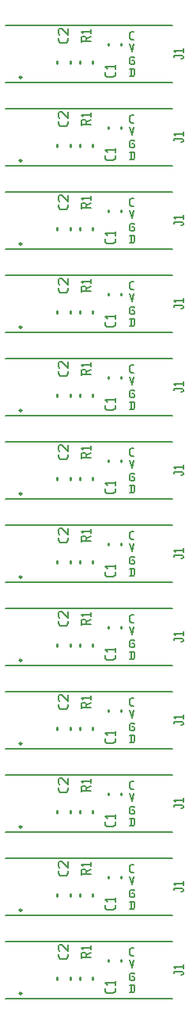
<source format=gbr>
G04 start of page 9 for group -4079 idx -4079 *
G04 Title: (unknown), topsilk *
G04 Creator: pcb 20140316 *
G04 CreationDate: Wed 03 Jan 2018 02:51:44 AM GMT UTC *
G04 For: railfan *
G04 Format: Gerber/RS-274X *
G04 PCB-Dimensions (mil): 1000.00 4200.00 *
G04 PCB-Coordinate-Origin: lower left *
%MOIN*%
%FSLAX25Y25*%
%LNTOPSILK*%
%ADD40C,0.0100*%
%ADD39C,0.0080*%
G54D39*X11000Y274500D02*X81500D01*
Y250500D02*X11000D01*
Y239500D02*X81500D01*
Y215500D02*X11000D01*
Y204500D02*X81500D01*
Y180500D02*X11000D01*
Y169500D02*X81500D01*
Y145500D02*X11000D01*
Y134500D02*X81500D01*
Y110500D02*X11000D01*
Y99500D02*X81500D01*
Y75500D02*X11000D01*
Y64500D02*X81500D01*
Y40500D02*X11000D01*
Y29500D02*X81500D01*
Y5500D02*X11000D01*
X81500Y355500D02*X11000D01*
Y344500D02*X81500D01*
Y320500D02*X11000D01*
Y309500D02*X81500D01*
X11000Y414500D02*X81500D01*
Y390500D02*X11000D01*
Y379500D02*X81500D01*
Y285500D02*X11000D01*
X65020Y331240D02*X65400Y330860D01*
X63880Y331240D02*X65020D01*
X63500Y330860D02*X63880Y331240D01*
X63500Y330860D02*Y328580D01*
X63880Y328200D01*
X65020D01*
X65400Y328580D01*
Y329340D02*Y328580D01*
X65020Y329720D02*X65400Y329340D01*
X64260Y329720D02*X65020D01*
X63885Y326230D02*Y323150D01*
X64886Y326230D02*X65425Y325691D01*
Y323689D01*
X64886Y323150D02*X65425Y323689D01*
X63500Y323150D02*X64886D01*
X63500Y326230D02*X64886D01*
X63500Y301730D02*X64270Y298650D01*
X65040Y301730D01*
X64039Y303650D02*X65040D01*
X63500Y304189D02*X64039Y303650D01*
X63500Y306191D02*Y304189D01*
Y306191D02*X64039Y306730D01*
X65040D01*
X63500Y336730D02*X64270Y333650D01*
X65040Y336730D01*
X64039Y338650D02*X65040D01*
X63500Y339189D02*X64039Y338650D01*
X63500Y341191D02*Y339189D01*
Y341191D02*X64039Y341730D01*
X65040D01*
X65020Y296240D02*X65400Y295860D01*
X63880Y296240D02*X65020D01*
X63500Y295860D02*X63880Y296240D01*
X63500Y295860D02*Y293580D01*
X63880Y293200D01*
X65020D01*
X65400Y293580D01*
Y294340D02*Y293580D01*
X65020Y294720D02*X65400Y294340D01*
X64260Y294720D02*X65020D01*
X63885Y291230D02*Y288150D01*
X64886Y291230D02*X65425Y290691D01*
Y288689D01*
X64886Y288150D02*X65425Y288689D01*
X63500Y288150D02*X64886D01*
X63500Y291230D02*X64886D01*
X65020Y261240D02*X65400Y260860D01*
X63880Y261240D02*X65020D01*
X63500Y260860D02*X63880Y261240D01*
X63500Y260860D02*Y258580D01*
X63880Y258200D01*
X65020D01*
X65400Y258580D01*
Y259340D02*Y258580D01*
X65020Y259720D02*X65400Y259340D01*
X64260Y259720D02*X65020D01*
X63500Y266730D02*X64270Y263650D01*
X65040Y266730D01*
X64039Y268650D02*X65040D01*
X63500Y269189D02*X64039Y268650D01*
X63500Y271191D02*Y269189D01*
Y271191D02*X64039Y271730D01*
X65040D01*
X65020Y366240D02*X65400Y365860D01*
X63880Y366240D02*X65020D01*
X63500Y365860D02*X63880Y366240D01*
X63500Y365860D02*Y363580D01*
X63880Y363200D01*
X65020D01*
X65400Y363580D01*
Y364340D02*Y363580D01*
X65020Y364720D02*X65400Y364340D01*
X64260Y364720D02*X65020D01*
X63500Y371730D02*X64270Y368650D01*
X65040Y371730D01*
X64039Y373650D02*X65040D01*
X63500Y374189D02*X64039Y373650D01*
X63500Y376191D02*Y374189D01*
Y376191D02*X64039Y376730D01*
X65040D01*
X65020Y401240D02*X65400Y400860D01*
X63880Y401240D02*X65020D01*
X63500Y400860D02*X63880Y401240D01*
X63500Y400860D02*Y398580D01*
X63880Y398200D01*
X65020D01*
X65400Y398580D01*
Y399340D02*Y398580D01*
X65020Y399720D02*X65400Y399340D01*
X64260Y399720D02*X65020D01*
X63500Y406730D02*X64270Y403650D01*
X65040Y406730D01*
X64039Y408650D02*X65040D01*
X63500Y409189D02*X64039Y408650D01*
X63500Y411191D02*Y409189D01*
Y411191D02*X64039Y411730D01*
X65040D01*
X63885Y396230D02*Y393150D01*
X64886Y396230D02*X65425Y395691D01*
Y393689D01*
X64886Y393150D02*X65425Y393689D01*
X63500Y393150D02*X64886D01*
X63500Y396230D02*X64886D01*
X63885Y361230D02*Y358150D01*
X64886Y361230D02*X65425Y360691D01*
Y358689D01*
X64886Y358150D02*X65425Y358689D01*
X63500Y358150D02*X64886D01*
X63500Y361230D02*X64886D01*
X63885Y256230D02*Y253150D01*
X64886Y256230D02*X65425Y255691D01*
Y253689D01*
X64886Y253150D02*X65425Y253689D01*
X63500Y253150D02*X64886D01*
X63500Y256230D02*X64886D01*
X65020Y226240D02*X65400Y225860D01*
X63880Y226240D02*X65020D01*
X63500Y225860D02*X63880Y226240D01*
X63500Y225860D02*Y223580D01*
X63880Y223200D01*
X65020D01*
X65400Y223580D01*
Y224340D02*Y223580D01*
X65020Y224720D02*X65400Y224340D01*
X64260Y224720D02*X65020D01*
X63500Y231730D02*X64270Y228650D01*
X65040Y231730D01*
X64039Y233650D02*X65040D01*
X63500Y234189D02*X64039Y233650D01*
X63500Y236191D02*Y234189D01*
Y236191D02*X64039Y236730D01*
X65040D01*
X63885Y221230D02*Y218150D01*
X64886Y221230D02*X65425Y220691D01*
Y218689D01*
X64886Y218150D02*X65425Y218689D01*
X63500Y218150D02*X64886D01*
X63500Y221230D02*X64886D01*
X65020Y191240D02*X65400Y190860D01*
X63880Y191240D02*X65020D01*
X63500Y190860D02*X63880Y191240D01*
X63500Y190860D02*Y188580D01*
X63880Y188200D01*
X65020D01*
X65400Y188580D01*
Y189340D02*Y188580D01*
X65020Y189720D02*X65400Y189340D01*
X64260Y189720D02*X65020D01*
X63500Y196730D02*X64270Y193650D01*
X65040Y196730D01*
X64039Y198650D02*X65040D01*
X63500Y199189D02*X64039Y198650D01*
X63500Y201191D02*Y199189D01*
Y201191D02*X64039Y201730D01*
X65040D01*
X63885Y186230D02*Y183150D01*
X64886Y186230D02*X65425Y185691D01*
Y183689D01*
X64886Y183150D02*X65425Y183689D01*
X63500Y183150D02*X64886D01*
X63500Y186230D02*X64886D01*
X65020Y156240D02*X65400Y155860D01*
X63880Y156240D02*X65020D01*
X63500Y155860D02*X63880Y156240D01*
X63500Y155860D02*Y153580D01*
X63880Y153200D01*
X65020D01*
X65400Y153580D01*
Y154340D02*Y153580D01*
X65020Y154720D02*X65400Y154340D01*
X64260Y154720D02*X65020D01*
X63885Y151230D02*Y148150D01*
X64886Y151230D02*X65425Y150691D01*
Y148689D01*
X64886Y148150D02*X65425Y148689D01*
X63500Y148150D02*X64886D01*
X63500Y151230D02*X64886D01*
X63500Y126730D02*X64270Y123650D01*
X65040Y126730D01*
X64039Y128650D02*X65040D01*
X63500Y129189D02*X64039Y128650D01*
X63500Y131191D02*Y129189D01*
Y131191D02*X64039Y131730D01*
X65040D01*
X63500Y161730D02*X64270Y158650D01*
X65040Y161730D01*
X64039Y163650D02*X65040D01*
X63500Y164189D02*X64039Y163650D01*
X63500Y166191D02*Y164189D01*
Y166191D02*X64039Y166730D01*
X65040D01*
X65020Y121240D02*X65400Y120860D01*
X63880Y121240D02*X65020D01*
X63500Y120860D02*X63880Y121240D01*
X63500Y120860D02*Y118580D01*
X63880Y118200D01*
X65020D01*
X65400Y118580D01*
Y119340D02*Y118580D01*
X65020Y119720D02*X65400Y119340D01*
X64260Y119720D02*X65020D01*
X63885Y116230D02*Y113150D01*
X64886Y116230D02*X65425Y115691D01*
Y113689D01*
X64886Y113150D02*X65425Y113689D01*
X63500Y113150D02*X64886D01*
X63500Y116230D02*X64886D01*
X65020Y86240D02*X65400Y85860D01*
X63880Y86240D02*X65020D01*
X63500Y85860D02*X63880Y86240D01*
X63500Y85860D02*Y83580D01*
X63880Y83200D01*
X65020D01*
X65400Y83580D01*
Y84340D02*Y83580D01*
X65020Y84720D02*X65400Y84340D01*
X64260Y84720D02*X65020D01*
X63500Y91730D02*X64270Y88650D01*
X65040Y91730D01*
X64039Y93650D02*X65040D01*
X63500Y94189D02*X64039Y93650D01*
X63500Y96191D02*Y94189D01*
Y96191D02*X64039Y96730D01*
X65040D01*
X63885Y81230D02*Y78150D01*
X64886Y81230D02*X65425Y80691D01*
Y78689D01*
X64886Y78150D02*X65425Y78689D01*
X63500Y78150D02*X64886D01*
X63500Y81230D02*X64886D01*
X65020Y51240D02*X65400Y50860D01*
X63880Y51240D02*X65020D01*
X63500Y50860D02*X63880Y51240D01*
X63500Y50860D02*Y48580D01*
X63880Y48200D01*
X65020D01*
X65400Y48580D01*
Y49340D02*Y48580D01*
X65020Y49720D02*X65400Y49340D01*
X64260Y49720D02*X65020D01*
X63885Y46230D02*Y43150D01*
X64886Y46230D02*X65425Y45691D01*
Y43689D01*
X64886Y43150D02*X65425Y43689D01*
X63500Y43150D02*X64886D01*
X63500Y46230D02*X64886D01*
X65020Y16240D02*X65400Y15860D01*
X63880Y16240D02*X65020D01*
X63500Y15860D02*X63880Y16240D01*
X63500Y15860D02*Y13580D01*
X63880Y13200D01*
X65020D01*
X65400Y13580D01*
Y14340D02*Y13580D01*
X65020Y14720D02*X65400Y14340D01*
X64260Y14720D02*X65020D01*
X63500Y21730D02*X64270Y18650D01*
X65040Y21730D01*
X64039Y23650D02*X65040D01*
X63500Y24189D02*X64039Y23650D01*
X63500Y26191D02*Y24189D01*
Y26191D02*X64039Y26730D01*
X65040D01*
X63885Y11230D02*Y8150D01*
X64886Y11230D02*X65425Y10691D01*
Y8689D01*
X64886Y8150D02*X65425Y8689D01*
X63500Y8150D02*X64886D01*
X63500Y11230D02*X64886D01*
X63500Y56730D02*X64270Y53650D01*
X65040Y56730D01*
X64039Y58650D02*X65040D01*
X63500Y59189D02*X64039Y58650D01*
X63500Y61191D02*Y59189D01*
Y61191D02*X64039Y61730D01*
X65040D01*
G54D40*X59755Y231893D02*Y231107D01*
X54245Y231893D02*Y231107D01*
X17837Y217732D02*G75*G03X17837Y217732I-500J0D01*G01*
X32745Y224393D02*Y223607D01*
X38255Y224393D02*Y223607D01*
X42245Y224393D02*Y223607D01*
X47755Y224393D02*Y223607D01*
X59755Y196893D02*Y196107D01*
X54245Y196893D02*Y196107D01*
X17837Y182732D02*G75*G03X17837Y182732I-500J0D01*G01*
X32745Y189393D02*Y188607D01*
X38255Y189393D02*Y188607D01*
X42245Y189393D02*Y188607D01*
X47755Y189393D02*Y188607D01*
X59755Y161893D02*Y161107D01*
X54245Y161893D02*Y161107D01*
X17837Y147732D02*G75*G03X17837Y147732I-500J0D01*G01*
X32745Y154393D02*Y153607D01*
X38255Y154393D02*Y153607D01*
X42245Y154393D02*Y153607D01*
X47755Y154393D02*Y153607D01*
X59755Y126893D02*Y126107D01*
X54245Y126893D02*Y126107D01*
X17837Y112732D02*G75*G03X17837Y112732I-500J0D01*G01*
X32745Y119393D02*Y118607D01*
X38255Y119393D02*Y118607D01*
X42245Y119393D02*Y118607D01*
X47755Y119393D02*Y118607D01*
X59755Y91893D02*Y91107D01*
X54245Y91893D02*Y91107D01*
X17837Y77732D02*G75*G03X17837Y77732I-500J0D01*G01*
X32745Y84393D02*Y83607D01*
X38255Y84393D02*Y83607D01*
X42245Y84393D02*Y83607D01*
X47755Y84393D02*Y83607D01*
X59755Y56893D02*Y56107D01*
X54245Y56893D02*Y56107D01*
X17837Y42732D02*G75*G03X17837Y42732I-500J0D01*G01*
X32745Y49393D02*Y48607D01*
X38255Y49393D02*Y48607D01*
X42245Y49393D02*Y48607D01*
X47755Y49393D02*Y48607D01*
X17837Y7732D02*G75*G03X17837Y7732I-500J0D01*G01*
X32745Y14393D02*Y13607D01*
X38255Y14393D02*Y13607D01*
X42245Y14393D02*Y13607D01*
X47755Y14393D02*Y13607D01*
X59755Y21893D02*Y21107D01*
X54245Y21893D02*Y21107D01*
X59755Y371893D02*Y371107D01*
X54245Y371893D02*Y371107D01*
X59755Y336893D02*Y336107D01*
X54245Y336893D02*Y336107D01*
X59755Y301893D02*Y301107D01*
X54245Y301893D02*Y301107D01*
X17837Y322732D02*G75*G03X17837Y322732I-500J0D01*G01*
X32745Y329393D02*Y328607D01*
X38255Y329393D02*Y328607D01*
X42245Y329393D02*Y328607D01*
X47755Y329393D02*Y328607D01*
X42245Y399393D02*Y398607D01*
X47755Y399393D02*Y398607D01*
X59755Y406893D02*Y406107D01*
X54245Y406893D02*Y406107D01*
X17837Y392732D02*G75*G03X17837Y392732I-500J0D01*G01*
X32745Y399393D02*Y398607D01*
X38255Y399393D02*Y398607D01*
X17837Y357732D02*G75*G03X17837Y357732I-500J0D01*G01*
X32745Y364393D02*Y363607D01*
X38255Y364393D02*Y363607D01*
X42245Y364393D02*Y363607D01*
X47755Y364393D02*Y363607D01*
X17837Y287732D02*G75*G03X17837Y287732I-500J0D01*G01*
X32745Y294393D02*Y293607D01*
X38255Y294393D02*Y293607D01*
X42245Y294393D02*Y293607D01*
X47755Y294393D02*Y293607D01*
X59755Y266893D02*Y266107D01*
X54245Y266893D02*Y266107D01*
X17837Y252732D02*G75*G03X17837Y252732I-500J0D01*G01*
X32745Y259393D02*Y258607D01*
X38255Y259393D02*Y258607D01*
X42245Y259393D02*Y258607D01*
X47755Y259393D02*Y258607D01*
G54D39*X57250Y359960D02*Y358621D01*
X56529Y357900D02*X57250Y358621D01*
X53851Y357900D02*X56529D01*
X53851D02*X53130Y358621D01*
Y359960D02*Y358621D01*
X53954Y361196D02*X53130Y362020D01*
X57250D01*
Y362741D02*Y361196D01*
Y324960D02*Y323621D01*
X56529Y322900D02*X57250Y323621D01*
X53851Y322900D02*X56529D01*
X53851D02*X53130Y323621D01*
Y324960D02*Y323621D01*
X53954Y326196D02*X53130Y327020D01*
X57250D01*
Y327741D02*Y326196D01*
Y289960D02*Y288621D01*
X56529Y287900D02*X57250Y288621D01*
X53851Y287900D02*X56529D01*
X53851D02*X53130Y288621D01*
Y289960D02*Y288621D01*
X53954Y291196D02*X53130Y292020D01*
X57250D01*
Y292741D02*Y291196D01*
Y254960D02*Y253621D01*
X56529Y252900D02*X57250Y253621D01*
X53851Y252900D02*X56529D01*
X53851D02*X53130Y253621D01*
Y254960D02*Y253621D01*
X53954Y256196D02*X53130Y257020D01*
X57250D01*
Y257741D02*Y256196D01*
X82000Y367000D02*Y366200D01*
Y367000D02*X85500D01*
X86000Y366500D02*X85500Y367000D01*
X86000Y366500D02*Y366000D01*
X85500Y365500D02*X86000Y366000D01*
X85000Y365500D02*X85500D01*
X82800Y368200D02*X82000Y369000D01*
X86000D01*
Y369700D02*Y368200D01*
X82000Y332000D02*Y331200D01*
Y332000D02*X85500D01*
X86000Y331500D02*X85500Y332000D01*
X86000Y331500D02*Y331000D01*
X85500Y330500D02*X86000Y331000D01*
X85000Y330500D02*X85500D01*
X82800Y333200D02*X82000Y334000D01*
X86000D01*
Y334700D02*Y333200D01*
X82000Y297000D02*Y296200D01*
Y297000D02*X85500D01*
X86000Y296500D02*X85500Y297000D01*
X86000Y296500D02*Y296000D01*
X85500Y295500D02*X86000Y296000D01*
X85000Y295500D02*X85500D01*
X82800Y298200D02*X82000Y299000D01*
X86000D01*
Y299700D02*Y298200D01*
X82000Y262000D02*Y261200D01*
Y262000D02*X85500D01*
X86000Y261500D02*X85500Y262000D01*
X86000Y261500D02*Y261000D01*
X85500Y260500D02*X86000Y261000D01*
X85000Y260500D02*X85500D01*
X82800Y263200D02*X82000Y264000D01*
X86000D01*
Y264700D02*Y263200D01*
X82000Y227000D02*Y226200D01*
Y227000D02*X85500D01*
X86000Y226500D02*X85500Y227000D01*
X86000Y226500D02*Y226000D01*
X85500Y225500D02*X86000Y226000D01*
X85000Y225500D02*X85500D01*
X82800Y228200D02*X82000Y229000D01*
X86000D01*
Y229700D02*Y228200D01*
X82000Y192000D02*Y191200D01*
Y192000D02*X85500D01*
X86000Y191500D02*X85500Y192000D01*
X86000Y191500D02*Y191000D01*
X85500Y190500D02*X86000Y191000D01*
X85000Y190500D02*X85500D01*
X82800Y193200D02*X82000Y194000D01*
X86000D01*
Y194700D02*Y193200D01*
X37357Y339343D02*Y338043D01*
X36657Y337343D02*X37357Y338043D01*
X34057Y337343D02*X36657D01*
X34057D02*X33357Y338043D01*
Y339343D02*Y338043D01*
X33857Y340543D02*X33357Y341043D01*
Y342543D02*Y341043D01*
Y342543D02*X33857Y343043D01*
X34857D01*
X37357Y340543D02*X34857Y343043D01*
X37357D02*Y340543D01*
X43000Y339500D02*Y337500D01*
Y339500D02*X43500Y340000D01*
X44500D01*
X45000Y339500D02*X44500Y340000D01*
X45000Y339500D02*Y338000D01*
X43000D02*X47000D01*
X45000Y338800D02*X47000Y340000D01*
X43800Y341200D02*X43000Y342000D01*
X47000D01*
Y342700D02*Y341200D01*
X37357Y304343D02*Y303043D01*
X36657Y302343D02*X37357Y303043D01*
X34057Y302343D02*X36657D01*
X34057D02*X33357Y303043D01*
Y304343D02*Y303043D01*
X33857Y305543D02*X33357Y306043D01*
Y307543D02*Y306043D01*
Y307543D02*X33857Y308043D01*
X34857D01*
X37357Y305543D02*X34857Y308043D01*
X37357D02*Y305543D01*
X43000Y304500D02*Y302500D01*
Y304500D02*X43500Y305000D01*
X44500D01*
X45000Y304500D02*X44500Y305000D01*
X45000Y304500D02*Y303000D01*
X43000D02*X47000D01*
X45000Y303800D02*X47000Y305000D01*
X43800Y306200D02*X43000Y307000D01*
X47000D01*
Y307700D02*Y306200D01*
X82000Y157000D02*Y156200D01*
Y157000D02*X85500D01*
X86000Y156500D02*X85500Y157000D01*
X86000Y156500D02*Y156000D01*
X85500Y155500D02*X86000Y156000D01*
X85000Y155500D02*X85500D01*
X82800Y158200D02*X82000Y159000D01*
X86000D01*
Y159700D02*Y158200D01*
X82000Y122000D02*Y121200D01*
Y122000D02*X85500D01*
X86000Y121500D02*X85500Y122000D01*
X86000Y121500D02*Y121000D01*
X85500Y120500D02*X86000Y121000D01*
X85000Y120500D02*X85500D01*
X82800Y123200D02*X82000Y124000D01*
X86000D01*
Y124700D02*Y123200D01*
X82000Y87000D02*Y86200D01*
Y87000D02*X85500D01*
X86000Y86500D02*X85500Y87000D01*
X86000Y86500D02*Y86000D01*
X85500Y85500D02*X86000Y86000D01*
X85000Y85500D02*X85500D01*
X82800Y88200D02*X82000Y89000D01*
X86000D01*
Y89700D02*Y88200D01*
X82000Y52000D02*Y51200D01*
Y52000D02*X85500D01*
X86000Y51500D02*X85500Y52000D01*
X86000Y51500D02*Y51000D01*
X85500Y50500D02*X86000Y51000D01*
X85000Y50500D02*X85500D01*
X82800Y53200D02*X82000Y54000D01*
X86000D01*
Y54700D02*Y53200D01*
X82000Y17000D02*Y16200D01*
Y17000D02*X85500D01*
X86000Y16500D02*X85500Y17000D01*
X86000Y16500D02*Y16000D01*
X85500Y15500D02*X86000Y16000D01*
X85000Y15500D02*X85500D01*
X82800Y18200D02*X82000Y19000D01*
X86000D01*
Y19700D02*Y18200D01*
X57250Y394960D02*Y393621D01*
X56529Y392900D02*X57250Y393621D01*
X53851Y392900D02*X56529D01*
X53851D02*X53130Y393621D01*
Y394960D02*Y393621D01*
X53954Y396196D02*X53130Y397020D01*
X57250D01*
Y397741D02*Y396196D01*
X82000Y402000D02*Y401200D01*
Y402000D02*X85500D01*
X86000Y401500D02*X85500Y402000D01*
X86000Y401500D02*Y401000D01*
X85500Y400500D02*X86000Y401000D01*
X85000Y400500D02*X85500D01*
X82800Y403200D02*X82000Y404000D01*
X86000D01*
Y404700D02*Y403200D01*
X37357Y374343D02*Y373043D01*
X36657Y372343D02*X37357Y373043D01*
X34057Y372343D02*X36657D01*
X34057D02*X33357Y373043D01*
Y374343D02*Y373043D01*
X33857Y375543D02*X33357Y376043D01*
Y377543D02*Y376043D01*
Y377543D02*X33857Y378043D01*
X34857D01*
X37357Y375543D02*X34857Y378043D01*
X37357D02*Y375543D01*
X43000Y374500D02*Y372500D01*
Y374500D02*X43500Y375000D01*
X44500D01*
X45000Y374500D02*X44500Y375000D01*
X45000Y374500D02*Y373000D01*
X43000D02*X47000D01*
X45000Y373800D02*X47000Y375000D01*
X43800Y376200D02*X43000Y377000D01*
X47000D01*
Y377700D02*Y376200D01*
X37357Y409343D02*Y408043D01*
X36657Y407343D02*X37357Y408043D01*
X34057Y407343D02*X36657D01*
X34057D02*X33357Y408043D01*
Y409343D02*Y408043D01*
X33857Y410543D02*X33357Y411043D01*
Y412543D02*Y411043D01*
Y412543D02*X33857Y413043D01*
X34857D01*
X37357Y410543D02*X34857Y413043D01*
X37357D02*Y410543D01*
X43000Y409500D02*Y407500D01*
Y409500D02*X43500Y410000D01*
X44500D01*
X45000Y409500D02*X44500Y410000D01*
X45000Y409500D02*Y408000D01*
X43000D02*X47000D01*
X45000Y408800D02*X47000Y410000D01*
X43800Y411200D02*X43000Y412000D01*
X47000D01*
Y412700D02*Y411200D01*
X37357Y269343D02*Y268043D01*
X36657Y267343D02*X37357Y268043D01*
X34057Y267343D02*X36657D01*
X34057D02*X33357Y268043D01*
Y269343D02*Y268043D01*
X33857Y270543D02*X33357Y271043D01*
Y272543D02*Y271043D01*
Y272543D02*X33857Y273043D01*
X34857D01*
X37357Y270543D02*X34857Y273043D01*
X37357D02*Y270543D01*
X43000Y269500D02*Y267500D01*
Y269500D02*X43500Y270000D01*
X44500D01*
X45000Y269500D02*X44500Y270000D01*
X45000Y269500D02*Y268000D01*
X43000D02*X47000D01*
X45000Y268800D02*X47000Y270000D01*
X43800Y271200D02*X43000Y272000D01*
X47000D01*
Y272700D02*Y271200D01*
X37357Y234343D02*Y233043D01*
X36657Y232343D02*X37357Y233043D01*
X34057Y232343D02*X36657D01*
X34057D02*X33357Y233043D01*
Y234343D02*Y233043D01*
X33857Y235543D02*X33357Y236043D01*
Y237543D02*Y236043D01*
Y237543D02*X33857Y238043D01*
X34857D01*
X37357Y235543D02*X34857Y238043D01*
X37357D02*Y235543D01*
X43000Y234500D02*Y232500D01*
Y234500D02*X43500Y235000D01*
X44500D01*
X45000Y234500D02*X44500Y235000D01*
X45000Y234500D02*Y233000D01*
X43000D02*X47000D01*
X45000Y233800D02*X47000Y235000D01*
X43800Y236200D02*X43000Y237000D01*
X47000D01*
Y237700D02*Y236200D01*
X57250Y219960D02*Y218621D01*
X56529Y217900D02*X57250Y218621D01*
X53851Y217900D02*X56529D01*
X53851D02*X53130Y218621D01*
Y219960D02*Y218621D01*
X53954Y221196D02*X53130Y222020D01*
X57250D01*
Y222741D02*Y221196D01*
Y184960D02*Y183621D01*
X56529Y182900D02*X57250Y183621D01*
X53851Y182900D02*X56529D01*
X53851D02*X53130Y183621D01*
Y184960D02*Y183621D01*
X53954Y186196D02*X53130Y187020D01*
X57250D01*
Y187741D02*Y186196D01*
X37357Y199343D02*Y198043D01*
X36657Y197343D02*X37357Y198043D01*
X34057Y197343D02*X36657D01*
X34057D02*X33357Y198043D01*
Y199343D02*Y198043D01*
X33857Y200543D02*X33357Y201043D01*
Y202543D02*Y201043D01*
Y202543D02*X33857Y203043D01*
X34857D01*
X37357Y200543D02*X34857Y203043D01*
X37357D02*Y200543D01*
X43000Y199500D02*Y197500D01*
Y199500D02*X43500Y200000D01*
X44500D01*
X45000Y199500D02*X44500Y200000D01*
X45000Y199500D02*Y198000D01*
X43000D02*X47000D01*
X45000Y198800D02*X47000Y200000D01*
X43800Y201200D02*X43000Y202000D01*
X47000D01*
Y202700D02*Y201200D01*
X37357Y164343D02*Y163043D01*
X36657Y162343D02*X37357Y163043D01*
X34057Y162343D02*X36657D01*
X34057D02*X33357Y163043D01*
Y164343D02*Y163043D01*
X33857Y165543D02*X33357Y166043D01*
Y167543D02*Y166043D01*
Y167543D02*X33857Y168043D01*
X34857D01*
X37357Y165543D02*X34857Y168043D01*
X37357D02*Y165543D01*
X43000Y164500D02*Y162500D01*
Y164500D02*X43500Y165000D01*
X44500D01*
X45000Y164500D02*X44500Y165000D01*
X45000Y164500D02*Y163000D01*
X43000D02*X47000D01*
X45000Y163800D02*X47000Y165000D01*
X43800Y166200D02*X43000Y167000D01*
X47000D01*
Y167700D02*Y166200D01*
X57250Y149960D02*Y148621D01*
X56529Y147900D02*X57250Y148621D01*
X53851Y147900D02*X56529D01*
X53851D02*X53130Y148621D01*
Y149960D02*Y148621D01*
X53954Y151196D02*X53130Y152020D01*
X57250D01*
Y152741D02*Y151196D01*
Y114960D02*Y113621D01*
X56529Y112900D02*X57250Y113621D01*
X53851Y112900D02*X56529D01*
X53851D02*X53130Y113621D01*
Y114960D02*Y113621D01*
X53954Y116196D02*X53130Y117020D01*
X57250D01*
Y117741D02*Y116196D01*
Y79960D02*Y78621D01*
X56529Y77900D02*X57250Y78621D01*
X53851Y77900D02*X56529D01*
X53851D02*X53130Y78621D01*
Y79960D02*Y78621D01*
X53954Y81196D02*X53130Y82020D01*
X57250D01*
Y82741D02*Y81196D01*
Y44960D02*Y43621D01*
X56529Y42900D02*X57250Y43621D01*
X53851Y42900D02*X56529D01*
X53851D02*X53130Y43621D01*
Y44960D02*Y43621D01*
X53954Y46196D02*X53130Y47020D01*
X57250D01*
Y47741D02*Y46196D01*
Y9960D02*Y8621D01*
X56529Y7900D02*X57250Y8621D01*
X53851Y7900D02*X56529D01*
X53851D02*X53130Y8621D01*
Y9960D02*Y8621D01*
X53954Y11196D02*X53130Y12020D01*
X57250D01*
Y12741D02*Y11196D01*
X37357Y129343D02*Y128043D01*
X36657Y127343D02*X37357Y128043D01*
X34057Y127343D02*X36657D01*
X34057D02*X33357Y128043D01*
Y129343D02*Y128043D01*
X33857Y130543D02*X33357Y131043D01*
Y132543D02*Y131043D01*
Y132543D02*X33857Y133043D01*
X34857D01*
X37357Y130543D02*X34857Y133043D01*
X37357D02*Y130543D01*
X43000Y129500D02*Y127500D01*
Y129500D02*X43500Y130000D01*
X44500D01*
X45000Y129500D02*X44500Y130000D01*
X45000Y129500D02*Y128000D01*
X43000D02*X47000D01*
X45000Y128800D02*X47000Y130000D01*
X43800Y131200D02*X43000Y132000D01*
X47000D01*
Y132700D02*Y131200D01*
X37357Y94343D02*Y93043D01*
X36657Y92343D02*X37357Y93043D01*
X34057Y92343D02*X36657D01*
X34057D02*X33357Y93043D01*
Y94343D02*Y93043D01*
X33857Y95543D02*X33357Y96043D01*
Y97543D02*Y96043D01*
Y97543D02*X33857Y98043D01*
X34857D01*
X37357Y95543D02*X34857Y98043D01*
X37357D02*Y95543D01*
X43000Y94500D02*Y92500D01*
Y94500D02*X43500Y95000D01*
X44500D01*
X45000Y94500D02*X44500Y95000D01*
X45000Y94500D02*Y93000D01*
X43000D02*X47000D01*
X45000Y93800D02*X47000Y95000D01*
X43800Y96200D02*X43000Y97000D01*
X47000D01*
Y97700D02*Y96200D01*
X37357Y59343D02*Y58043D01*
X36657Y57343D02*X37357Y58043D01*
X34057Y57343D02*X36657D01*
X34057D02*X33357Y58043D01*
Y59343D02*Y58043D01*
X33857Y60543D02*X33357Y61043D01*
Y62543D02*Y61043D01*
Y62543D02*X33857Y63043D01*
X34857D01*
X37357Y60543D02*X34857Y63043D01*
X37357D02*Y60543D01*
X43000Y59500D02*Y57500D01*
Y59500D02*X43500Y60000D01*
X44500D01*
X45000Y59500D02*X44500Y60000D01*
X45000Y59500D02*Y58000D01*
X43000D02*X47000D01*
X45000Y58800D02*X47000Y60000D01*
X43800Y61200D02*X43000Y62000D01*
X47000D01*
Y62700D02*Y61200D01*
X37357Y24343D02*Y23043D01*
X36657Y22343D02*X37357Y23043D01*
X34057Y22343D02*X36657D01*
X34057D02*X33357Y23043D01*
Y24343D02*Y23043D01*
X33857Y25543D02*X33357Y26043D01*
Y27543D02*Y26043D01*
Y27543D02*X33857Y28043D01*
X34857D01*
X37357Y25543D02*X34857Y28043D01*
X37357D02*Y25543D01*
X43000Y24500D02*Y22500D01*
Y24500D02*X43500Y25000D01*
X44500D01*
X45000Y24500D02*X44500Y25000D01*
X45000Y24500D02*Y23000D01*
X43000D02*X47000D01*
X45000Y23800D02*X47000Y25000D01*
X43800Y26200D02*X43000Y27000D01*
X47000D01*
Y27700D02*Y26200D01*
M02*

</source>
